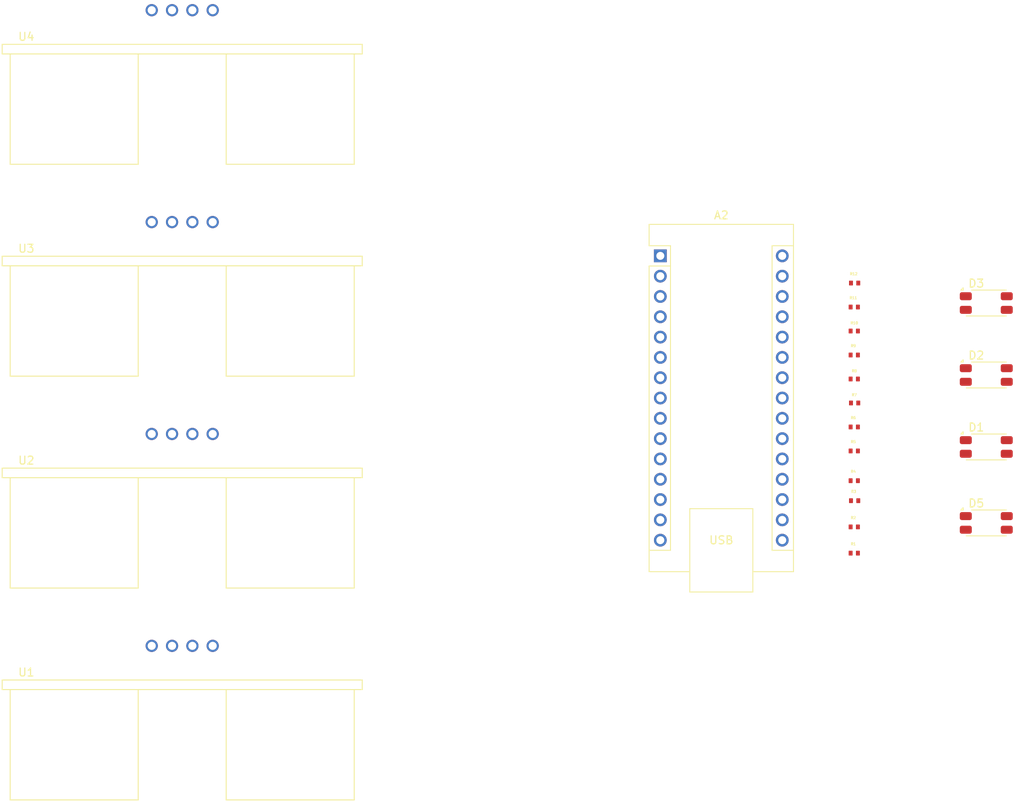
<source format=kicad_pcb>
(kicad_pcb (version 20240108) (generator "pcbnew") (generator_version "8.0")
  (title_block (title "PCB of 4 Senor Setup") (date "2024-10-11"))
  (layers (0 "F.Cu" signal) (31 "B.Cu" signal) (34 "B.Paste" user) (35 "F.Paste" user) (36 "B.SilkS" user "B.Silkscreen") (37 "F.SilkS" user "F.Silkscreen") (38 "B.Mask" user) (39 "F.Mask" user) (44 "Edge.Cuts" user))
  (net 0 "")
  (net 1 "pin D3")
  (net 2 "Net-(A2-A4)")
  (net 3 "pin D2")
  (net 4 "Net-(A2-A0)")
  (net 5 "GND")
  (net 6 "Net-(A2-A1)")
  (net 7 "pin D13")
  (net 8 "Net-(A2-D7)")
  (net 10 "Net-(A2-D9)")
  (net 11 "Net-(A2-D5)")
  (net 14 "Net-(A2-D6)")
  (net 16 "pin D4")
  (net 18 "Net-(A2-D10)")
  (net 19 "Net-(A2-A5)")
  (net 20 "Net-(A2-D8)")
  (net 21 "Net-(A2-A6)")
  (net 22 "Net-(A2-A2)")
  (net 23 "Net-(A2-D11)")
  (net 25 "Net-(A2-A3)")
  (net 27 "Net-(A2-D12)")
  (net 28 "+5V")
  (net 29 "Net-(A2-A7)")
  (net 30 "Net-(D1-AR)")
  (net 31 "Net-(D1-AB)")
  (net 32 "Net-(D1-AG)")
  (net 33 "Net-(D2-AR)")
  (net 34 "Net-(D2-AB)")
  (net 35 "Net-(D2-AG)")
  (net 36 "Net-(D3-AG)")
  (net 37 "Net-(D3-AB)")
  (net 38 "Net-(D3-AR)")
  (net 39 "Net-(D5-AR)")
  (net 40 "Net-(D5-AG)")
  (net 41 "Net-(D5-AB)")
  (footprint "OptoDevice:Kingbright_KPS-5130" (layer "F.Cu") (at 211.5 114)
    (property "Reference" "D5" (at -1.25 -2.45 0) (layer "F.SilkS"))
    (property "Value" "KPS-5130")
    (fp_line (start -1.83 -1.62) (end 2.5 -1.62) (stroke (width 0.12)) (layer "F.SilkS"))
    (fp_line (start 2.5 1.62) (end -2.5 1.62) (stroke (width 0.12)) (layer "F.SilkS"))
    (fp_poly (pts (xy -2.89 -1.62) (xy -3.17 -1.62) (xy -2.89 -1.9) (xy -2.89 -1.62)) (stroke (width 0.12)) (fill solid) (layer "F.SilkS"))
    (pad "1" smd roundrect (at -2.56 -0.85) (size 1.5 1) (layers "F.Cu" "F.Paste" "F.Mask") (net 39 "Net-(D5-AR)"))
    (pad "2" smd roundrect (at 2.56 -0.85) (size 1.5 1) (layers "F.Cu" "F.Paste" "F.Mask") (net 40 "Net-(D5-AG)"))
    (pad "3" smd roundrect (at -2.56 0.85) (size 1.5 1) (layers "F.Cu" "F.Paste" "F.Mask") (net 41 "Net-(D5-AB)"))
    (pad "4" smd roundrect (at 2.56 0.85) (size 1.5 1) (layers "F.Cu" "F.Paste" "F.Mask") (net 5 "GND"))
  )
  (footprint "3-1676480-4:RESC1005X35N_3-1676480-4" (layer "F.Cu") (at 195.045 99)
    (property "Reference" "R7" (at -0.045 -1 0) (layer "F.SilkS") (effects (font (size 0.321243 0.321243))))
    (property "Value" "220")
    (pad "1" smd roundrect (at -0.455 0) (size 0.49 0.6) (layers "F.Cu" "F.Paste" "F.Mask") (roundrect_rratio 0.1) (net 25 "Net-(A2-A3)"))
    (pad "2" smd roundrect (at 0.455 0) (size 0.49 0.6) (layers "F.Cu" "F.Paste" "F.Mask") (roundrect_rratio 0.1) (net 33 "Net-(D2-AR)"))
  )
  (footprint "3-1676480-4:RESC1005X35N_3-1676480-4" (layer "F.Cu") (at 195 117.78)
    (property "Reference" "R1" (at -0.119803 -1.142779 0) (layer "F.SilkS") (effects (font (size 0.321243 0.321243))))
    (property "Value" "220")
    (pad "1" smd roundrect (at -0.455 0) (size 0.49 0.6) (layers "F.Cu" "F.Paste" "F.Mask") (roundrect_rratio 0.1) (net 16 "pin D4"))
    (pad "2" smd roundrect (at 0.455 0) (size 0.49 0.6) (layers "F.Cu" "F.Paste" "F.Mask") (roundrect_rratio 0.1) (net 39 "Net-(D5-AR)"))
  )
  (footprint "OptoDevice:Kingbright_KPS-5130" (layer "F.Cu") (at 211.5 104.5)
    (property "Reference" "D1" (at -1.25 -2.45 0) (layer "F.SilkS"))
    (property "Value" "KPS-5130")
    (fp_line (start -1.83 -1.62) (end 2.5 -1.62) (stroke (width 0.12)) (layer "F.SilkS"))
    (fp_line (start 2.5 1.62) (end -2.5 1.62) (stroke (width 0.12)) (layer "F.SilkS"))
    (fp_poly (pts (xy -2.89 -1.62) (xy -3.17 -1.62) (xy -2.89 -1.9) (xy -2.89 -1.62)) (stroke (width 0.12)) (fill solid) (layer "F.SilkS"))
    (pad "1" smd roundrect (at -2.56 -0.85) (size 1.5 1) (layers "F.Cu" "F.Paste" "F.Mask") (net 30 "Net-(D1-AR)"))
    (pad "2" smd roundrect (at 2.56 -0.85) (size 1.5 1) (layers "F.Cu" "F.Paste" "F.Mask") (net 32 "Net-(D1-AG)"))
    (pad "3" smd roundrect (at -2.56 0.85) (size 1.5 1) (layers "F.Cu" "F.Paste" "F.Mask") (net 31 "Net-(D1-AB)"))
    (pad "4" smd roundrect (at 2.56 0.85) (size 1.5 1) (layers "F.Cu" "F.Paste" "F.Mask") (net 5 "GND"))
  )
  (footprint "OptoDevice:Kingbright_KPS-5130" (layer "F.Cu") (at 211.5 95.5)
    (property "Reference" "D2" (at -1.25 -2.45 0) (layer "F.SilkS"))
    (property "Value" "KPS-5130")
    (fp_line (start -1.83 -1.62) (end 2.5 -1.62) (stroke (width 0.12)) (layer "F.SilkS"))
    (fp_line (start 2.5 1.62) (end -2.5 1.62) (stroke (width 0.12)) (layer "F.SilkS"))
    (fp_poly (pts (xy -2.89 -1.62) (xy -3.17 -1.62) (xy -2.89 -1.9) (xy -2.89 -1.62)) (stroke (width 0.12)) (fill solid) (layer "F.SilkS"))
    (pad "1" smd roundrect (at -2.56 -0.85) (size 1.5 1) (layers "F.Cu" "F.Paste" "F.Mask") (net 33 "Net-(D2-AR)"))
    (pad "2" smd roundrect (at 2.56 -0.85) (size 1.5 1) (layers "F.Cu" "F.Paste" "F.Mask") (net 35 "Net-(D2-AG)"))
    (pad "3" smd roundrect (at -2.56 0.85) (size 1.5 1) (layers "F.Cu" "F.Paste" "F.Mask") (net 34 "Net-(D2-AB)"))
    (pad "4" smd roundrect (at 2.56 0.85) (size 1.5 1) (layers "F.Cu" "F.Paste" "F.Mask") (net 5 "GND"))
  )
  (footprint "3-1676480-4:RESC1005X35N_3-1676480-4" (layer "F.Cu") (at 195.045 84)
    (property "Reference" "R12" (at -0.119803 -1.142779 0) (layer "F.SilkS") (effects (font (size 0.321243 0.321243))))
    (property "Value" "220")
    (pad "1" smd roundrect (at -0.455 0) (size 0.49 0.6) (layers "F.Cu" "F.Paste" "F.Mask") (roundrect_rratio 0.1) (net 7 "pin D13"))
    (pad "2" smd roundrect (at 0.455 0) (size 0.49 0.6) (layers "F.Cu" "F.Paste" "F.Mask") (roundrect_rratio 0.1) (net 37 "Net-(D3-AB)"))
  )
  (footprint "3-1676480-4:RESC1005X35N_3-1676480-4" (layer "F.Cu") (at 195 108.72)
    (property "Reference" "R4" (at -0.119803 -1.142779 0) (layer "F.SilkS") (effects (font (size 0.321243 0.321243))))
    (property "Value" "220")
    (pad "1" smd roundrect (at -0.455 0) (size 0.49 0.6) (layers "F.Cu" "F.Paste" "F.Mask") (roundrect_rratio 0.1) (net 4 "Net-(A2-A0)"))
    (pad "2" smd roundrect (at 0.455 0) (size 0.49 0.6) (layers "F.Cu" "F.Paste" "F.Mask") (roundrect_rratio 0.1) (net 30 "Net-(D1-AR)"))
  )
  (footprint "HC-SR04:XCVR_HC-SR04" (layer "F.Cu") (at 111 49.875)
    (property "Reference" "U4" (at -19.48505 3.31671 0) (layer "F.SilkS") (effects (font (size 1.00052 1.00052))))
    (property "Value" "HC-SR04")
    (fp_line (start -22.5 4.27) (end 22.5 4.27) (stroke (width 0.127)) (layer "F.SilkS"))
    (fp_line (start -22.5 5.47) (end -22.5 4.27) (stroke (width 0.127)) (layer "F.SilkS"))
    (fp_line (start -21.5 5.47) (end -22.5 5.47) (stroke (width 0.127)) (layer "F.SilkS"))
    (fp_line (start -21.5 5.47) (end -21.5 19.27) (stroke (width 0.127)) (layer "F.SilkS"))
    (fp_line (start -21.5 19.27) (end -5.5 19.27) (stroke (width 0.127)) (layer "F.SilkS"))
    (fp_line (start -5.5 5.47) (end -21.5 5.47) (stroke (width 0.127)) (layer "F.SilkS"))
    (fp_line (start -5.5 5.47) (end -5.5 19.27) (stroke (width 0.127)) (layer "F.SilkS"))
    (fp_line (start 5.5 5.47) (end -5.5 5.47) (stroke (width 0.127)) (layer "F.SilkS"))
    (fp_line (start 5.5 5.47) (end 5.5 19.27) (stroke (width 0.127)) (layer "F.SilkS"))
    (fp_line (start 5.5 19.27) (end 21.5 19.27) (stroke (width 0.127)) (layer "F.SilkS"))
    (fp_line (start 21.5 5.47) (end 5.5 5.47) (stroke (width 0.127)) (layer "F.SilkS"))
    (fp_line (start 21.5 5.47) (end 21.5 19.27) (stroke (width 0.127)) (layer "F.SilkS"))
    (fp_line (start 22.5 4.27) (end 22.5 5.47) (stroke (width 0.127)) (layer "F.SilkS"))
    (fp_line (start 22.5 5.47) (end 21.5 5.47) (stroke (width 0.127)) (layer "F.SilkS"))
    (pad "1" thru_hole circle (at -3.81 0) (size 1.53 1.53) (drill 1.02) (layers "*.Cu" "*.Mask") (net 28 "+5V"))
    (pad "2" thru_hole circle (at -1.27 0) (size 1.53 1.53) (drill 1.02) (layers "*.Cu" "*.Mask") (net 11 "Net-(A2-D5)"))
    (pad "3" thru_hole circle (at 1.27 0) (size 1.53 1.53) (drill 1.02) (layers "*.Cu" "*.Mask") (net 14 "Net-(A2-D6)"))
    (pad "4" thru_hole circle (at 3.81 0) (size 1.53 1.53) (drill 1.02) (layers "*.Cu" "*.Mask") (net 5 "GND"))
  )
  (footprint "Module:Arduino_Nano" (layer "F.Cu") (at 170.76 80.6)
    (property "Reference" "A2" (at 7.62 -5.08 0) (layer "F.SilkS"))
    (property "Value" "Arduino_Nano_v3.x")
    (fp_line (start -1.4 -3.94) (end -1.4 -1.27) (stroke (width 0.12)) (layer "F.SilkS"))
    (fp_line (start -1.4 1.27) (end -1.4 39.5) (stroke (width 0.12)) (layer "F.SilkS"))
    (fp_line (start -1.4 39.5) (end 3.68 39.5) (stroke (width 0.12)) (layer "F.SilkS"))
    (fp_line (start 1.27 -1.27) (end -1.4 -1.27) (stroke (width 0.12)) (layer "F.SilkS"))
    (fp_line (start 1.27 1.27) (end -1.4 1.27) (stroke (width 0.12)) (layer "F.SilkS"))
    (fp_line (start 1.27 1.27) (end 1.27 -1.27) (stroke (width 0.12)) (layer "F.SilkS"))
    (fp_line (start 1.27 1.27) (end 1.27 36.83) (stroke (width 0.12)) (layer "F.SilkS"))
    (fp_line (start 1.27 36.83) (end -1.4 36.83) (stroke (width 0.12)) (layer "F.SilkS"))
    (fp_line (start 3.68 31.62) (end 11.56 31.62) (stroke (width 0.12)) (layer "F.SilkS"))
    (fp_line (start 3.68 42.04) (end 3.68 31.62) (stroke (width 0.12)) (layer "F.SilkS"))
    (fp_line (start 11.56 31.62) (end 11.56 42.04) (stroke (width 0.12)) (layer "F.SilkS"))
    (fp_line (start 11.56 42.04) (end 3.68 42.04) (stroke (width 0.12)) (layer "F.SilkS"))
    (fp_line (start 13.97 -1.27) (end 13.97 36.83) (stroke (width 0.12)) (layer "F.SilkS"))
    (fp_line (start 13.97 -1.27) (end 16.64 -1.27) (stroke (width 0.12)) (layer "F.SilkS"))
    (fp_line (start 13.97 36.83) (end 16.64 36.83) (stroke (width 0.12)) (layer "F.SilkS"))
    (fp_line (start 16.64 -3.94) (end -1.4 -3.94) (stroke (width 0.12)) (layer "F.SilkS"))
    (fp_line (start 16.64 39.5) (end 11.56 39.5) (stroke (width 0.12)) (layer "F.SilkS"))
    (fp_line (start 16.64 39.5) (end 16.64 -3.94) (stroke (width 0.12)) (layer "F.SilkS"))
    (fp_text user "USB" (at 7.62 35.56 0) (layer "F.SilkS"))
    (pad "1" thru_hole rect (at 0 0) (size 1.6 1.6) (drill 1) (layers "*.Cu" "*.Mask"))
    (pad "2" thru_hole oval (at 0 2.54) (size 1.6 1.6) (drill 1) (layers "*.Cu" "*.Mask"))
    (pad "3" thru_hole oval (at 0 5.08) (size 1.6 1.6) (drill 1) (layers "*.Cu" "*.Mask"))
    (pad "4" thru_hole oval (at 0 7.62) (size 1.6 1.6) (drill 1) (layers "*.Cu" "*.Mask") (net 5 "GND"))
    (pad "5" thru_hole oval (at 0 10.16) (size 1.6 1.6) (drill 1) (layers "*.Cu" "*.Mask") (net 3 "pin D2"))
    (pad "6" thru_hole oval (at 0 12.7) (size 1.6 1.6) (drill 1) (layers "*.Cu" "*.Mask") (net 1 "pin D3"))
    (pad "7" thru_hole oval (at 0 15.24) (size 1.6 1.6) (drill 1) (layers "*.Cu" "*.Mask") (net 16 "pin D4"))
    (pad "8" thru_hole oval (at 0 17.78) (size 1.6 1.6) (drill 1) (layers "*.Cu" "*.Mask") (net 11 "Net-(A2-D5)"))
    (pad "9" thru_hole oval (at 0 20.32) (size 1.6 1.6) (drill 1) (layers "*.Cu" "*.Mask") (net 14 "Net-(A2-D6)"))
    (pad "10" thru_hole oval (at 0 22.86) (size 1.6 1.6) (drill 1) (layers "*.Cu" "*.Mask") (net 8 "Net-(A2-D7)"))
    (pad "11" thru_hole oval (at 0 25.4) (size 1.6 1.6) (drill 1) (layers "*.Cu" "*.Mask") (net 20 "Net-(A2-D8)"))
    (pad "12" thru_hole oval (at 0 27.94) (size 1.6 1.6) (drill 1) (layers "*.Cu" "*.Mask") (net 10 "Net-(A2-D9)"))
    (pad "13" thru_hole oval (at 0 30.48) (size 1.6 1.6) (drill 1) (layers "*.Cu" "*.Mask") (net 18 "Net-(A2-D10)"))
    (pad "14" thru_hole oval (at 0 33.02) (size 1.6 1.6) (drill 1) (layers "*.Cu" "*.Mask") (net 23 "Net-(A2-D11)"))
    (pad "15" thru_hole oval (at 0 35.56) (size 1.6 1.6) (drill 1) (layers "*.Cu" "*.Mask") (net 27 "Net-(A2-D12)"))
    (pad "16" thru_hole oval (at 15.24 35.56) (size 1.6 1.6) (drill 1) (layers "*.Cu" "*.Mask") (net 7 "pin D13"))
    (pad "17" thru_hole oval (at 15.24 33.02) (size 1.6 1.6) (drill 1) (layers "*.Cu" "*.Mask"))
    (pad "18" thru_hole oval (at 15.24 30.48) (size 1.6 1.6) (drill 1) (layers "*.Cu" "*.Mask"))
    (pad "19" thru_hole oval (at 15.24 27.94) (size 1.6 1.6) (drill 1) (layers "*.Cu" "*.Mask") (net 4 "Net-(A2-A0)"))
    (pad "20" thru_hole oval (at 15.24 25.4) (size 1.6 1.6) (drill 1) (layers "*.Cu" "*.Mask") (net 6 "Net-(A2-A1)"))
    (pad "21" thru_hole oval (at 15.24 22.86) (size 1.6 1.6) (drill 1) (layers "*.Cu" "*.Mask") (net 22 "Net-(A2-A2)"))
    (pad "22" thru_hole oval (at 15.24 20.32) (size 1.6 1.6) (drill 1) (layers "*.Cu" "*.Mask") (net 25 "Net-(A2-A3)"))
    (pad "23" thru_hole oval (at 15.24 17.78) (size 1.6 1.6) (drill 1) (layers "*.Cu" "*.Mask") (net 2 "Net-(A2-A4)"))
    (pad "24" thru_hole oval (at 15.24 15.24) (size 1.6 1.6) (drill 1) (layers "*.Cu" "*.Mask") (net 19 "Net-(A2-A5)"))
    (pad "25" thru_hole oval (at 15.24 12.7) (size 1.6 1.6) (drill 1) (layers "*.Cu" "*.Mask") (net 21 "Net-(A2-A6)"))
    (pad "26" thru_hole oval (at 15.24 10.16) (size 1.6 1.6) (drill 1) (layers "*.Cu" "*.Mask") (net 29 "Net-(A2-A7)"))
    (pad "27" thru_hole oval (at 15.24 7.62) (size 1.6 1.6) (drill 1) (layers "*.Cu" "*.Mask"))
    (pad "28" thru_hole oval (at 15.24 5.08) (size 1.6 1.6) (drill 1) (layers "*.Cu" "*.Mask"))
    (pad "29" thru_hole oval (at 15.24 2.54) (size 1.6 1.6) (drill 1) (layers "*.Cu" "*.Mask") (net 5 "GND"))
    (pad "30" thru_hole oval (at 15.24 0) (size 1.6 1.6) (drill 1) (layers "*.Cu" "*.Mask") (net 28 "+5V"))
  )
  (footprint "3-1676480-4:RESC1005X35N_3-1676480-4" (layer "F.Cu") (at 195 90)
    (property "Reference" "R10" (at 0 -1 0) (layer "F.SilkS") (effects (font (size 0.321243 0.321243))))
    (property "Value" "220")
    (pad "1" smd roundrect (at -0.455 0) (size 0.49 0.6) (layers "F.Cu" "F.Paste" "F.Mask") (roundrect_rratio 0.1) (net 21 "Net-(A2-A6)"))
    (pad "2" smd roundrect (at 0.455 0) (size 0.49 0.6) (layers "F.Cu" "F.Paste" "F.Mask") (roundrect_rratio 0.1) (net 38 "Net-(D3-AR)"))
  )
  (footprint "3-1676480-4:RESC1005X35N_3-1676480-4" (layer "F.Cu") (at 195 93)
    (property "Reference" "R9" (at -0.119803 -1.142779 0) (layer "F.SilkS") (effects (font (size 0.321243 0.321243))))
    (property "Value" "220")
    (pad "1" smd roundrect (at -0.455 0) (size 0.49 0.6) (layers "F.Cu" "F.Paste" "F.Mask") (roundrect_rratio 0.1) (net 19 "Net-(A2-A5)"))
    (pad "2" smd roundrect (at 0.455 0) (size 0.49 0.6) (layers "F.Cu" "F.Paste" "F.Mask") (roundrect_rratio 0.1) (net 34 "Net-(D2-AB)"))
  )
  (footprint "3-1676480-4:RESC1005X35N_3-1676480-4" (layer "F.Cu") (at 195 105)
    (property "Reference" "R5" (at -0.119803 -1.142779 0) (layer "F.SilkS") (effects (font (size 0.321243 0.321243))))
    (property "Value" "220")
    (pad "1" smd roundrect (at -0.455 0) (size 0.49 0.6) (layers "F.Cu" "F.Paste" "F.Mask") (roundrect_rratio 0.1) (net 6 "Net-(A2-A1)"))
    (pad "2" smd roundrect (at 0.455 0) (size 0.49 0.6) (layers "F.Cu" "F.Paste" "F.Mask") (roundrect_rratio 0.1) (net 32 "Net-(D1-AG)"))
  )
  (footprint "3-1676480-4:RESC1005X35N_3-1676480-4" (layer "F.Cu") (at 195 102)
    (property "Reference" "R6" (at -0.119803 -1.142779 0) (layer "F.SilkS") (effects (font (size 0.321243 0.321243))))
    (property "Value" "220")
    (pad "1" smd roundrect (at -0.455 0) (size 0.49 0.6) (layers "F.Cu" "F.Paste" "F.Mask") (roundrect_rratio 0.1) (net 22 "Net-(A2-A2)"))
    (pad "2" smd roundrect (at 0.455 0) (size 0.49 0.6) (layers "F.Cu" "F.Paste" "F.Mask") (roundrect_rratio 0.1) (net 31 "Net-(D1-AB)"))
  )
  (footprint "OptoDevice:Kingbright_KPS-5130" (layer "F.Cu") (at 211.5 86.5)
    (property "Reference" "D3" (at -1.25 -2.45 0) (layer "F.SilkS"))
    (property "Value" "KPS-5130")
    (fp_line (start -1.83 -1.62) (end 2.5 -1.62) (stroke (width 0.12)) (layer "F.SilkS"))
    (fp_line (start 2.5 1.62) (end -2.5 1.62) (stroke (width 0.12)) (layer "F.SilkS"))
    (fp_poly (pts (xy -2.89 -1.62) (xy -3.17 -1.62) (xy -2.89 -1.9) (xy -2.89 -1.62)) (stroke (width 0.12)) (fill solid) (layer "F.SilkS"))
    (pad "1" smd roundrect (at -2.56 -0.85) (size 1.5 1) (layers "F.Cu" "F.Paste" "F.Mask") (net 38 "Net-(D3-AR)"))
    (pad "2" smd roundrect (at 2.56 -0.85) (size 1.5 1) (layers "F.Cu" "F.Paste" "F.Mask") (net 36 "Net-(D3-AG)"))
    (pad "3" smd roundrect (at -2.56 0.85) (size 1.5 1) (layers "F.Cu" "F.Paste" "F.Mask") (net 37 "Net-(D3-AB)"))
    (pad "4" smd roundrect (at 2.56 0.85) (size 1.5 1) (layers "F.Cu" "F.Paste" "F.Mask") (net 5 "GND"))
  )
  (footprint "HC-SR04:XCVR_HC-SR04" (layer "F.Cu") (at 111 102.875)
    (property "Reference" "U2" (at -19.48505 3.31671 0) (layer "F.SilkS") (effects (font (size 1.00052 1.00052))))
    (property "Value" "HC-SR04")
    (fp_line (start -22.5 4.27) (end 22.5 4.27) (stroke (width 0.127)) (layer "F.SilkS"))
    (fp_line (start -22.5 5.47) (end -22.5 4.27) (stroke (width 0.127)) (layer "F.SilkS"))
    (fp_line (start -21.5 5.47) (end -22.5 5.47) (stroke (width 0.127)) (layer "F.SilkS"))
    (fp_line (start -21.5 5.47) (end -21.5 19.27) (stroke (width 0.127)) (layer "F.SilkS"))
    (fp_line (start -21.5 19.27) (end -5.5 19.27) (stroke (width 0.127)) (layer "F.SilkS"))
    (fp_line (start -5.5 5.47) (end -21.5 5.47) (stroke (width 0.127)) (layer "F.SilkS"))
    (fp_line (start -5.5 5.47) (end -5.5 19.27) (stroke (width 0.127)) (layer "F.SilkS"))
    (fp_line (start 5.5 5.47) (end -5.5 5.47) (stroke (width 0.127)) (layer "F.SilkS"))
    (fp_line (start 5.5 5.47) (end 5.5 19.27) (stroke (width 0.127)) (layer "F.SilkS"))
    (fp_line (start 5.5 19.27) (end 21.5 19.27) (stroke (width 0.127)) (layer "F.SilkS"))
    (fp_line (start 21.5 5.47) (end 5.5 5.47) (stroke (width 0.127)) (layer "F.SilkS"))
    (fp_line (start 21.5 5.47) (end 21.5 19.27) (stroke (width 0.127)) (layer "F.SilkS"))
    (fp_line (start 22.5 4.27) (end 22.5 5.47) (stroke (width 0.127)) (layer "F.SilkS"))
    (fp_line (start 22.5 5.47) (end 21.5 5.47) (stroke (width 0.127)) (layer "F.SilkS"))
    (pad "1" thru_hole circle (at -3.81 0) (size 1.53 1.53) (drill 1.02) (layers "*.Cu" "*.Mask") (net 28 "+5V"))
    (pad "2" thru_hole circle (at -1.27 0) (size 1.53 1.53) (drill 1.02) (layers "*.Cu" "*.Mask") (net 10 "Net-(A2-D9)"))
    (pad "3" thru_hole circle (at 1.27 0) (size 1.53 1.53) (drill 1.02) (layers "*.Cu" "*.Mask") (net 18 "Net-(A2-D10)"))
    (pad "4" thru_hole circle (at 3.81 0) (size 1.53 1.53) (drill 1.02) (layers "*.Cu" "*.Mask") (net 5 "GND"))
  )
  (footprint "3-1676480-4:RESC1005X35N_3-1676480-4" (layer "F.Cu") (at 195 96)
    (property "Reference" "R8" (at 0 -1 0) (layer "F.SilkS") (effects (font (size 0.321243 0.321243))))
    (property "Value" "220")
    (pad "1" smd roundrect (at -0.455 0) (size 0.49 0.6) (layers "F.Cu" "F.Paste" "F.Mask") (roundrect_rratio 0.1) (net 2 "Net-(A2-A4)"))
    (pad "2" smd roundrect (at 0.455 0) (size 0.49 0.6) (layers "F.Cu" "F.Paste" "F.Mask") (roundrect_rratio 0.1) (net 35 "Net-(D2-AG)"))
  )
  (footprint "HC-SR04:XCVR_HC-SR04" (layer "F.Cu") (at 111 129.375)
    (property "Reference" "U1" (at -19.48505 3.31671 0) (layer "F.SilkS") (effects (font (size 1.00052 1.00052))))
    (property "Value" "HC-SR04")
    (fp_line (start -22.5 4.27) (end 22.5 4.27) (stroke (width 0.127)) (layer "F.SilkS"))
    (fp_line (start -22.5 5.47) (end -22.5 4.27) (stroke (width 0.127)) (layer "F.SilkS"))
    (fp_line (start -21.5 5.47) (end -22.5 5.47) (stroke (width 0.127)) (layer "F.SilkS"))
    (fp_line (start -21.5 5.47) (end -21.5 19.27) (stroke (width 0.127)) (layer "F.SilkS"))
    (fp_line (start -21.5 19.27) (end -5.5 19.27) (stroke (width 0.127)) (layer "F.SilkS"))
    (fp_line (start -5.5 5.47) (end -21.5 5.47) (stroke (width 0.127)) (layer "F.SilkS"))
    (fp_line (start -5.5 5.47) (end -5.5 19.27) (stroke (width 0.127)) (layer "F.SilkS"))
    (fp_line (start 5.5 5.47) (end -5.5 5.47) (stroke (width 0.127)) (layer "F.SilkS"))
    (fp_line (start 5.5 5.47) (end 5.5 19.27) (stroke (width 0.127)) (layer "F.SilkS"))
    (fp_line (start 5.5 19.27) (end 21.5 19.27) (stroke (width 0.127)) (layer "F.SilkS"))
    (fp_line (start 21.5 5.47) (end 5.5 5.47) (stroke (width 0.127)) (layer "F.SilkS"))
    (fp_line (start 21.5 5.47) (end 21.5 19.27) (stroke (width 0.127)) (layer "F.SilkS"))
    (fp_line (start 22.5 4.27) (end 22.5 5.47) (stroke (width 0.127)) (layer "F.SilkS"))
    (fp_line (start 22.5 5.47) (end 21.5 5.47) (stroke (width 0.127)) (layer "F.SilkS"))
    (pad "1" thru_hole circle (at -3.81 0) (size 1.53 1.53) (drill 1.02) (layers "*.Cu" "*.Mask") (net 28 "+5V"))
    (pad "2" thru_hole circle (at -1.27 0) (size 1.53 1.53) (drill 1.02) (layers "*.Cu" "*.Mask") (net 23 "Net-(A2-D11)"))
    (pad "3" thru_hole circle (at 1.27 0) (size 1.53 1.53) (drill 1.02) (layers "*.Cu" "*.Mask") (net 27 "Net-(A2-D12)"))
    (pad "4" thru_hole circle (at 3.81 0) (size 1.53 1.53) (drill 1.02) (layers "*.Cu" "*.Mask") (net 5 "GND"))
  )
  (footprint "HC-SR04:XCVR_HC-SR04" (layer "F.Cu") (at 111 76.375)
    (property "Reference" "U3" (at -19.48505 3.31671 0) (layer "F.SilkS") (effects (font (size 1.00052 1.00052))))
    (property "Value" "HC-SR04")
    (fp_line (start -22.5 4.27) (end 22.5 4.27) (stroke (width 0.127)) (layer "F.SilkS"))
    (fp_line (start -22.5 5.47) (end -22.5 4.27) (stroke (width 0.127)) (layer "F.SilkS"))
    (fp_line (start -21.5 5.47) (end -22.5 5.47) (stroke (width 0.127)) (layer "F.SilkS"))
    (fp_line (start -21.5 5.47) (end -21.5 19.27) (stroke (width 0.127)) (layer "F.SilkS"))
    (fp_line (start -21.5 19.27) (end -5.5 19.27) (stroke (width 0.127)) (layer "F.SilkS"))
    (fp_line (start -5.5 5.47) (end -21.5 5.47) (stroke (width 0.127)) (layer "F.SilkS"))
    (fp_line (start -5.5 5.47) (end -5.5 19.27) (stroke (width 0.127)) (layer "F.SilkS"))
    (fp_line (start 5.5 5.47) (end -5.5 5.47) (stroke (width 0.127)) (layer "F.SilkS"))
    (fp_line (start 5.5 5.47) (end 5.5 19.27) (stroke (width 0.127)) (layer "F.SilkS"))
    (fp_line (start 5.5 19.27) (end 21.5 19.27) (stroke (width 0.127)) (layer "F.SilkS"))
    (fp_line (start 21.5 5.47) (end 5.5 5.47) (stroke (width 0.127)) (layer "F.SilkS"))
    (fp_line (start 21.5 5.47) (end 21.5 19.27) (stroke (width 0.127)) (layer "F.SilkS"))
    (fp_line (start 22.5 4.27) (end 22.5 5.47) (stroke (width 0.127)) (layer "F.SilkS"))
    (fp_line (start 22.5 5.47) (end 21.5 5.47) (stroke (width 0.127)) (layer "F.SilkS"))
    (pad "1" thru_hole circle (at -3.81 0) (size 1.53 1.53) (drill 1.02) (layers "*.Cu" "*.Mask") (net 28 "+5V"))
    (pad "2" thru_hole circle (at -1.27 0) (size 1.53 1.53) (drill 1.02) (layers "*.Cu" "*.Mask") (net 8 "Net-(A2-D7)"))
    (pad "3" thru_hole circle (at 1.27 0) (size 1.53 1.53) (drill 1.02) (layers "*.Cu" "*.Mask") (net 20 "Net-(A2-D8)"))
    (pad "4" thru_hole circle (at 3.81 0) (size 1.53 1.53) (drill 1.02) (layers "*.Cu" "*.Mask") (net 5 "GND"))
  )
  (footprint "3-1676480-4:RESC1005X35N_3-1676480-4" (layer "F.Cu") (at 195.045 111.22)
    (property "Reference" "R3" (at -0.119803 -1.142779 0) (layer "F.SilkS") (effects (font (size 0.321243 0.321243))))
    (property "Value" "220")
    (pad "1" smd roundrect (at -0.455 0) (size 0.49 0.6) (layers "F.Cu" "F.Paste" "F.Mask") (roundrect_rratio 0.1) (net 3 "pin D2"))
    (pad "2" smd roundrect (at 0.455 0) (size 0.49 0.6) (layers "F.Cu" "F.Paste" "F.Mask") (roundrect_rratio 0.1) (net 41 "Net-(D5-AB)"))
  )
  (footprint "3-1676480-4:RESC1005X35N_3-1676480-4" (layer "F.Cu") (at 195 114.5)
    (property "Reference" "R2" (at -0.119803 -1.142779 0) (layer "F.SilkS") (effects (font (size 0.321243 0.321243))))
    (property "Value" "220")
    (pad "1" smd roundrect (at -0.455 0) (size 0.49 0.6) (layers "F.Cu" "F.Paste" "F.Mask") (roundrect_rratio 0.1) (net 1 "pin D3"))
    (pad "2" smd roundrect (at 0.455 0) (size 0.49 0.6) (layers "F.Cu" "F.Paste" "F.Mask") (roundrect_rratio 0.1) (net 40 "Net-(D5-AG)"))
  )
  (footprint "3-1676480-4:RESC1005X35N_3-1676480-4" (layer "F.Cu") (at 195 87)
    (property "Reference" "R11" (at -0.119803 -1.142779 0) (layer "F.SilkS") (effects (font (size 0.321243 0.321243))))
    (property "Value" "220")
    (pad "1" smd roundrect (at -0.455 0) (size 0.49 0.6) (layers "F.Cu" "F.Paste" "F.Mask") (roundrect_rratio 0.1) (net 29 "Net-(A2-A7)"))
    (pad "2" smd roundrect (at 0.455 0) (size 0.49 0.6) (layers "F.Cu" "F.Paste" "F.Mask") (roundrect_rratio 0.1) (net 36 "Net-(D3-AG)"))
  )
)
</source>
